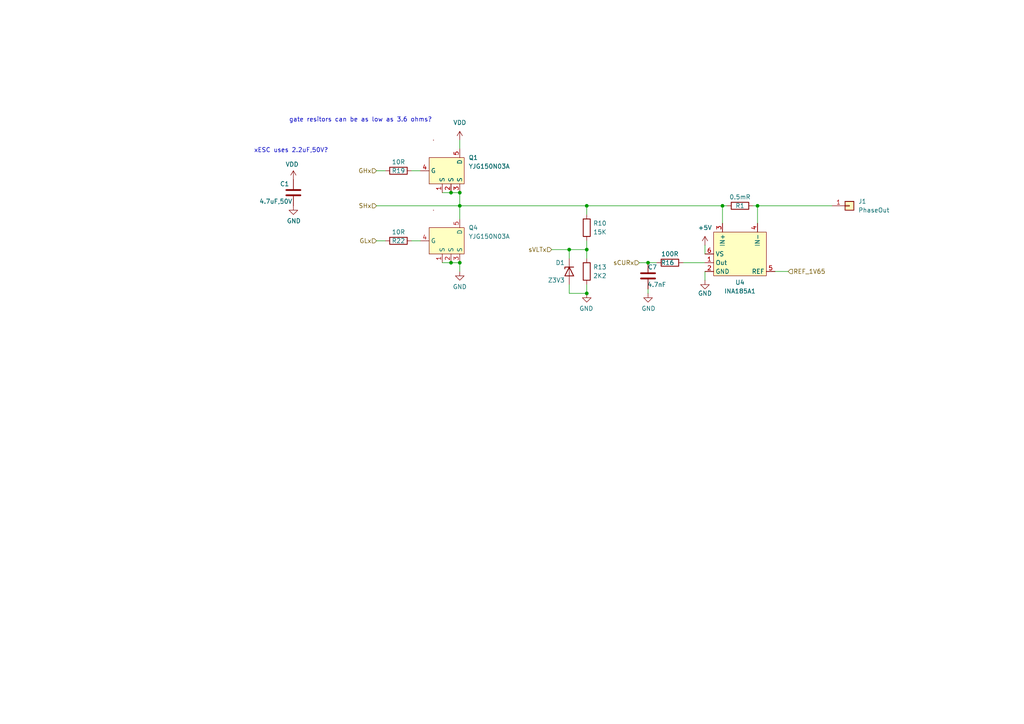
<source format=kicad_sch>
(kicad_sch (version 20231120) (generator "eeschema") (generator_version "8.0")
  (paper "A4")
  (lib_symbols
    (symbol "AlfredoSymbols:INA185A"
      (property "Reference" "U" (at 8.89 3.81 0))
      (property "Value" "INA185A" (at 12.7 1.27 0))
      (symbol "INA185A_0_1"
        (rectangle (start -7.62 6.35) (end 7.62 -6.35) (fill (type background)))
      )
      (symbol "INA185A_1_1"
        (pin input line (at -10.16 -2.54 0) (length 2.54) (name "Out") (number "1"))
        (pin input line (at -10.16 -5.08 0) (length 2.54) (name "GND") (number "2"))
        (pin input line (at -5.08 8.89 270) (length 2.54) (name "IN+") (number "3"))
        (pin input line (at 5.08 8.89 270) (length 2.54) (name "IN-") (number "4"))
        (pin input line (at 10.16 -5.08 180) (length 2.54) (name "REF") (number "5"))
        (pin input line (at -10.16 0 0) (length 2.54) (name "VS") (number "6"))
      )
    )
    (symbol "AlfredoSymbols:YJG150N03A"
      (property "Reference" "U" (at -5.08 7.62 0))
      (property "Value" "YJG150N03A" (at -5.08 5.08 0))
      (symbol "YJG150N03A_0_1"
        (rectangle (start -5.08 3.81) (end 5.08 -3.81) (fill (type background)))
        (rectangle (start -3.81 8.89) (end -3.81 8.89))
        (rectangle (start -3.81 8.89) (end -3.81 8.89))
        (rectangle (start -3.81 8.89) (end -3.81 8.89))
        (rectangle (start -3.81 8.89) (end -3.81 8.89))
      )
      (symbol "YJG150N03A_1_1"
        (pin input line (at -1.27 -6.35 90) (length 2.54) (name "S") (number "1"))
        (pin input line (at 1.27 -6.35 90) (length 2.54) (name "S") (number "2"))
        (pin input line (at 3.81 -6.35 90) (length 2.54) (name "S") (number "3"))
        (pin input line (at -7.62 0 0) (length 2.54) (name "G") (number "4"))
        (pin input line (at 3.81 6.35 270) (length 2.54) (name "D") (number "5"))
      )
    )
    (symbol "Connector_Generic:Conn_01x01" (pin_names (offset 1.016) hide)
      (property "Reference" "J" (at 0 2.54 0))
      (property "Value" "Conn_01x01" (at 0 -2.54 0))
      (symbol "Conn_01x01_1_1"
        (rectangle (start -1.27 0.127) (end 0 -0.127) (stroke (width 0.1524)))
        (rectangle (start -1.27 1.27) (end 1.27 -1.27) (stroke (width 0.254)) (fill (type background)))
        (pin passive line (at -5.08 0 0) (length 3.81) (name "Pin_1") (number "1"))
      )
    )
    (symbol "Device:C" (pin_numbers hide) (pin_names (offset 0.254))
      (property "Reference" "C" (at 0.635 2.54 0))
      (property "Value" "C" (at 0.635 -2.54 0))
      (symbol "C_0_1"
        (polyline (pts (xy -2.032 -0.762) (xy 2.032 -0.762)) (stroke (width 0.508)))
        (polyline (pts (xy -2.032 0.762) (xy 2.032 0.762)) (stroke (width 0.508)))
      )
      (symbol "C_1_1"
        (pin passive line (at 0 3.81 270) (length 2.794) (name "~") (number "1"))
        (pin passive line (at 0 -3.81 90) (length 2.794) (name "~") (number "2"))
      )
    )
    (symbol "Device:D_Zener" (pin_numbers hide) (pin_names (offset 1.016) hide)
      (property "Reference" "D" (at 0 2.54 0))
      (property "Value" "D_Zener" (at 0 -2.54 0))
      (symbol "D_Zener_0_1"
        (polyline (pts (xy 1.27 0) (xy -1.27 0)))
        (polyline (pts (xy -1.27 -1.27) (xy -1.27 1.27) (xy -0.762 1.27)) (stroke (width 0.254)))
        (polyline (pts (xy 1.27 -1.27) (xy 1.27 1.27) (xy -1.27 0) (xy 1.27 -1.27)) (stroke (width 0.254)))
      )
      (symbol "D_Zener_1_1"
        (pin passive line (at -3.81 0 0) (length 2.54) (name "K") (number "1"))
        (pin passive line (at 3.81 0 180) (length 2.54) (name "A") (number "2"))
      )
    )
    (symbol "Device:R" (pin_numbers hide) (pin_names (offset 0))
      (property "Reference" "R" (at 2.032 0 90))
      (property "Value" "R" (at 0 0 90))
      (symbol "R_0_1"
        (rectangle (start -1.016 -2.54) (end 1.016 2.54) (stroke (width 0.254)))
      )
      (symbol "R_1_1"
        (pin passive line (at 0 3.81 270) (length 1.27) (name "~") (number "1"))
        (pin passive line (at 0 -3.81 90) (length 1.27) (name "~") (number "2"))
      )
    )
    (symbol "YJG150N03A_1"
      (property "Reference" "U" (at -5.08 7.62 0))
      (property "Value" "YJG150N03A_1" (at -5.08 5.08 0))
      (symbol "YJG150N03A_1_0_1"
        (rectangle (start -5.08 3.81) (end 5.08 -3.81) (fill (type background)))
        (rectangle (start -3.81 8.89) (end -3.81 8.89))
        (rectangle (start -3.81 8.89) (end -3.81 8.89))
        (rectangle (start -3.81 8.89) (end -3.81 8.89))
        (rectangle (start -3.81 8.89) (end -3.81 8.89))
      )
      (symbol "YJG150N03A_1_1_1"
        (pin input line (at -1.27 -6.35 90) (length 2.54) (name "S") (number "1"))
        (pin input line (at 1.27 -6.35 90) (length 2.54) (name "S") (number "2"))
        (pin input line (at 3.81 -6.35 90) (length 2.54) (name "S") (number "3"))
        (pin input line (at -7.62 0 0) (length 2.54) (name "G") (number "4"))
        (pin input line (at 3.81 6.35 270) (length 2.54) (name "D") (number "5"))
      )
    )
    (symbol "power:+5V" (power) (pin_names (offset 0))
      (property "Value" "+5V" (at 0 3.556 0))
      (symbol "+5V_0_1"
        (polyline (pts (xy -0.762 1.27) (xy 0 2.54)))
        (polyline (pts (xy 0 0) (xy 0 2.54)))
        (polyline (pts (xy 0 2.54) (xy 0.762 1.27)))
      )
      (symbol "+5V_1_1"
        (pin power_in line (at 0 0 90) (length 0) hide (name "+5V") (number "1"))
      )
    )
    (symbol "power:GND" (power) (pin_names (offset 0))
      (property "Value" "GND" (at 0 -3.81 0))
      (symbol "GND_0_1"
        (polyline (pts (xy 0 0) (xy 0 -1.27) (xy 1.27 -1.27) (xy 0 -2.54) (xy -1.27 -1.27) (xy 0 -1.27)))
      )
      (symbol "GND_1_1"
        (pin power_in line (at 0 0 270) (length 0) hide (name "GND") (number "1"))
      )
    )
    (symbol "power:VDD" (power) (pin_names (offset 0))
      (property "Value" "VDD" (at 0 3.81 0))
      (symbol "VDD_0_1"
        (polyline (pts (xy -0.762 1.27) (xy 0 2.54)))
        (polyline (pts (xy 0 0) (xy 0 2.54)))
        (polyline (pts (xy 0 2.54) (xy 0.762 1.27)))
      )
      (symbol "VDD_1_1"
        (pin power_in line (at 0 0 90) (length 0) hide (name "VDD") (number "1"))
      )
    )
  )
  (junction (at 130.81 55.88))
  (junction (at 219.71 59.69))
  (junction (at 209.55 59.69))
  (junction (at 133.35 76.2))
  (junction (at 130.81 76.2))
  (junction (at 133.35 55.88))
  (junction (at 170.18 59.69))
  (junction (at 165.1 72.39))
  (junction (at 133.35 59.69))
  (junction (at 170.18 85.09))
  (junction (at 187.96 76.2))
  (junction (at 170.18 72.39))
  (wire (pts (xy 165.1 72.39) (xy 170.18 72.39)))
  (wire (pts (xy 219.71 59.69) (xy 241.3 59.69)))
  (wire (pts (xy 170.18 59.69) (xy 209.55 59.69)))
  (wire (pts (xy 187.96 76.2) (xy 190.5 76.2)))
  (wire (pts (xy 165.1 82.55) (xy 165.1 85.09)))
  (wire (pts (xy 109.22 49.53) (xy 111.76 49.53)))
  (wire (pts (xy 219.71 59.69) (xy 219.71 64.77)))
  (wire (pts (xy 109.22 59.69) (xy 133.35 59.69)))
  (wire (pts (xy 185.42 76.2) (xy 187.96 76.2)))
  (wire (pts (xy 198.12 76.2) (xy 204.47 76.2)))
  (wire (pts (xy 218.44 59.69) (xy 219.71 59.69)))
  (wire (pts (xy 187.96 83.82) (xy 187.96 85.09)))
  (wire (pts (xy 204.47 71.12) (xy 204.47 73.66)))
  (wire (pts (xy 228.6 78.74) (xy 224.79 78.74)))
  (wire (pts (xy 209.55 59.69) (xy 210.82 59.69)))
  (wire (pts (xy 170.18 62.23) (xy 170.18 59.69)))
  (wire (pts (xy 204.47 78.74) (xy 204.47 81.28)))
  (wire (pts (xy 128.27 55.88) (xy 130.81 55.88)))
  (wire (pts (xy 133.35 55.88) (xy 133.35 59.69)))
  (wire (pts (xy 133.35 59.69) (xy 170.18 59.69)))
  (wire (pts (xy 133.35 40.64) (xy 133.35 43.18)))
  (wire (pts (xy 119.38 69.85) (xy 121.92 69.85)))
  (wire (pts (xy 209.55 59.69) (xy 209.55 64.77)))
  (wire (pts (xy 133.35 76.2) (xy 133.35 78.74)))
  (wire (pts (xy 170.18 69.85) (xy 170.18 72.39)))
  (wire (pts (xy 133.35 59.69) (xy 133.35 63.5)))
  (wire (pts (xy 109.22 69.85) (xy 111.76 69.85)))
  (wire (pts (xy 165.1 85.09) (xy 170.18 85.09)))
  (wire (pts (xy 119.38 49.53) (xy 121.92 49.53)))
  (wire (pts (xy 170.18 82.55) (xy 170.18 85.09)))
  (wire (pts (xy 160.02 72.39) (xy 165.1 72.39)))
  (wire (pts (xy 165.1 74.93) (xy 165.1 72.39)))
  (wire (pts (xy 170.18 72.39) (xy 170.18 74.93)))
  (wire (pts (xy 128.27 76.2) (xy 130.81 76.2)))
  (wire (pts (xy 130.81 55.88) (xy 133.35 55.88)))
  (wire (pts (xy 130.81 76.2) (xy 133.35 76.2)))
  (text "gate resitors can be as low as 3.6 ohms?" (at 83.82 35.56 0) (effects (font (size 1.27 1.27)) (justify left bottom)))
  (text "xESC uses 2.2uF,50V?" (at 73.66 44.45 0) (effects (font (size 1.27 1.27)) (justify left bottom)))
  (hierarchical_label "sCURx" (shape input) (at 185.42 76.2 180))
  (hierarchical_label "sVLTx" (shape input) (at 160.02 72.39 180))
  (hierarchical_label "GLx" (shape input) (at 109.22 69.85 180))
  (hierarchical_label "REF_1V65" (shape input) (at 228.6 78.74 0))
  (hierarchical_label "SHx" (shape input) (at 109.22 59.69 180))
  (hierarchical_label "GHx" (shape input) (at 109.22 49.53 180))
  (symbol (lib_id "Device:R") (at 115.57 49.53 270) (unit 1)
    (property "Reference" "R19" (at 115.57 49.53 90))
    (property "Value" "10R" (at 115.57 46.99 90))
    (property "Footprint" "Resistor_SMD:R_0402_1005Metric" (effects (hide yes)))
    (property "Datasheet" "https://lcsc.com/product-detail/Chip-Resistor-Surface-Mount_UNI-ROYAL-Uniroyal-Elec-0402WGF100JTCE_C25077.html" (effects (hide yes)))
    (property "LCSC" "C25077" (effects (hide yes)))
  )
  (symbol (lib_id "Device:R") (at 194.31 76.2 90) (mirror x) (unit 1)
    (property "Reference" "R16" (at 195.58 76.2 90) (effects (justify left)))
    (property "Value" "100R" (at 196.85 73.66 90) (effects (justify left)))
    (property "Footprint" "Resistor_SMD:R_0402_1005Metric" (effects (hide yes)))
    (property "Datasheet" "https://lcsc.com/product-detail/Chip-Resistor-Surface-Mount_UNI-ROYAL-Uniroyal-Elec-0402WGF1000TCE_C25076.html" (effects (hide yes)))
    (property "LCSC" "C25076" (effects (hide yes)))
  )
  (symbol (lib_id "power:GND") (at 187.96 85.09 0) (unit 1)
    (property "Reference" "#PWR0163" (effects (hide yes)))
    (property "Value" "GND" (at 188.087 89.4842 0))
  )
  (symbol (lib_id "power:GND") (at 85.09 59.69 0) (unit 1)
    (property "Reference" "#PWR0165" (effects (hide yes)))
    (property "Value" "GND" (at 85.217 64.0842 0))
  )
  (symbol (lib_id "power:GND") (at 204.47 81.28 0) (unit 1)
    (property "Reference" "#PWR0102" (effects (hide yes)))
    (property "Value" "GND" (at 204.47 85.09 0))
  )
  (symbol (lib_id "power:VDD") (at 133.35 40.64 0) (unit 1)
    (property "Reference" "#PWR0101" (effects (hide yes)))
    (property "Value" "VDD" (at 133.35 35.56 0))
  )
  (symbol (lib_id "Device:D_Zener") (at 165.1 78.74 90) (mirror x) (unit 1)
    (property "Reference" "D1" (at 163.83 76.2 90) (effects (justify left)))
    (property "Value" "Z3V3" (at 163.83 81.28 90) (effects (justify left)))
    (property "Footprint" "Diode_SMD:D_SOD-323_HandSoldering" (effects (hide yes)))
    (property "Datasheet" "https://lcsc.com/product-detail/Zener-Diodes_onsemi-onsemi-MM3Z3V3T1G_C75073.html" (effects (hide yes)))
    (property "LCSC" "C75073" (effects (hide yes)))
  )
  (symbol (lib_id "Device:C") (at 187.96 80.01 180) (unit 1)
    (property "Reference" "C7" (at 189.23 77.47 0))
    (property "Value" "4.7nF" (at 190.5 82.55 0))
    (property "Footprint" "Capacitor_SMD:C_0402_1005Metric" (effects (hide yes)))
    (property "Datasheet" "https://lcsc.com/product-detail/Multilayer-Ceramic-Capacitors-MLCC---SMD-SMT_FHGuangdong-Fenghua-Advanced-Tech-FHGuangdong-Fenghua-Advanced-Tech-0402B472K500NT_C1538.html" (effects (hide yes)))
    (property "LCSC" "C1538" (effects (hide yes)))
  )
  (symbol (lib_id "power:+5V") (at 204.47 71.12 0) (unit 1)
    (property "Reference" "#PWR0112" (effects (hide yes)))
    (property "Value" "+5V" (at 204.47 66.04 0))
  )
  (symbol (lib_id "Device:R") (at 170.18 66.04 180) (unit 1)
    (property "Reference" "R10" (at 173.99 64.77 0))
    (property "Value" "15K" (at 173.99 67.31 0))
    (property "Footprint" "Resistor_SMD:R_0402_1005Metric" (effects (hide yes)))
    (property "Datasheet" "https://lcsc.com/product-detail/Chip-Resistor-Surface-Mount_UNI-ROYAL-Uniroyal-Elec-0402WGF1502TCE_C25756.html" (effects (hide yes)))
    (property "LCSC" "C25756" (effects (hide yes)))
  )
  (symbol (lib_id "Connector_Generic:Conn_01x01") (at 246.38 59.69 0) (unit 1)
    (property "Reference" "J1" (at 248.92 58.4199 0) (effects (justify left)))
    (property "Value" "PhaseOut" (at 248.92 60.9599 0) (effects (justify left)))
    (property "Footprint" "AlfredoFootprints:GE_PwrPad1" (effects (hide yes)))
  )
  (symbol (lib_id "Device:R") (at 115.57 69.85 270) (unit 1)
    (property "Reference" "R22" (at 115.57 69.85 90))
    (property "Value" "10R" (at 115.57 67.31 90))
    (property "Footprint" "Resistor_SMD:R_0402_1005Metric" (effects (hide yes)))
    (property "Datasheet" "https://lcsc.com/product-detail/Chip-Resistor-Surface-Mount_UNI-ROYAL-Uniroyal-Elec-0402WGF100JTCE_C25077.html" (effects (hide yes)))
    (property "LCSC" "C25077" (effects (hide yes)))
  )
  (symbol (lib_id "Device:R") (at 214.63 59.69 270) (unit 1)
    (property "Reference" "R1" (at 214.63 59.69 90))
    (property "Value" "0.5mR" (at 214.63 57.15 90))
    (property "Footprint" "AlfredoFootprints:GE_R_2512" (effects (hide yes)))
    (property "Datasheet" "https://lcsc.com/product-detail/Current-Sense-Resistors-Shunt-Resistors_TA-I-Tech-RLM25FEEMR50M_C710261.html" (effects (hide yes)))
    (property "LCSC" "C710261" (effects (hide yes)))
  )
  (symbol (lib_id "Device:C") (at 85.09 55.88 0) (unit 1)
    (property "Reference" "C1" (at 82.55 53.34 0))
    (property "Value" "4.7uF,50V" (at 80.01 58.42 0))
    (property "Footprint" "Capacitor_SMD:C_1206_3216Metric" (effects (hide yes)))
    (property "Datasheet" "https://lcsc.com/product-detail/Multilayer-Ceramic-Capacitors-MLCC---SMD-SMT_FHGuangdong-Fenghua-Advanced-Tech-FHGuangdong-Fenghua-Advanced-Tech-1206B475K500NT_C29823.html" (effects (hide yes)))
    (property "LCSC" "C29823" (effects (hide yes)))
  )
  (symbol (lib_id "Device:R") (at 170.18 78.74 180) (unit 1)
    (property "Reference" "R13" (at 173.99 77.47 0))
    (property "Value" "2K2" (at 173.99 80.01 0))
    (property "Footprint" "Resistor_SMD:R_0402_1005Metric" (effects (hide yes)))
    (property "LCSC" "C25879" (effects (hide yes)))
  )
  (symbol (lib_id "AlfredoSymbols:INA185A") (at 214.63 73.66 0) (unit 1)
    (property "Reference" "U4" (at 214.63 81.915 0))
    (property "Value" "INA185A1" (at 214.63 84.455 0))
    (property "Footprint" "Package_TO_SOT_SMD:SOT-563" (effects (hide yes)))
    (property "Datasheet" "https://www.digikey.com/en/products/detail/texas-instruments/INA185A1IDRLR/10448282" (effects (hide yes)))
  )
  (symbol (lib_id "power:GND") (at 170.18 85.09 0) (mirror y) (unit 1)
    (property "Reference" "#PWR0164" (effects (hide yes)))
    (property "Value" "GND" (at 170.053 89.4842 0))
  )
  (symbol (lib_name "YJG150N03A_1") (lib_id "AlfredoSymbols:YJG150N03A") (at 129.54 49.53 0) (unit 1)
    (property "Reference" "Q1" (at 135.89 45.7199 0) (effects (justify left)))
    (property "Value" "YJG150N03A" (at 135.89 48.2599 0) (effects (justify left)))
    (property "Footprint" "Package_TO_SOT_SMD:LFPAK56" (effects (hide yes)))
    (property "Datasheet" "https://lcsc.com/product-detail/MOSFETs_Yangzhou-Yangjie-Elec-Tech-YJG150N03A_C919573.html" (effects (hide yes)))
    (property "LCSC" "C919573" (effects (hide yes)))
  )
  (symbol (lib_id "AlfredoSymbols:YJG150N03A") (at 129.54 69.85 0) (unit 1)
    (property "Reference" "Q4" (at 135.89 66.0399 0) (effects (justify left)))
    (property "Value" "YJG150N03A" (at 135.89 68.5799 0) (effects (justify left)))
    (property "Footprint" "Package_TO_SOT_SMD:LFPAK56" (effects (hide yes)))
    (property "Datasheet" "https://lcsc.com/product-detail/MOSFETs_Yangzhou-Yangjie-Elec-Tech-YJG150N03A_C919573.html" (effects (hide yes)))
    (property "LCSC" "C919573" (effects (hide yes)))
  )
  (symbol (lib_id "power:VDD") (at 85.09 52.07 0) (mirror y) (unit 1)
    (property "Reference" "#PWR0166" (effects (hide yes)))
    (property "Value" "VDD" (at 84.709 47.6758 0))
  )
  (symbol (lib_id "power:GND") (at 133.35 78.74 0) (unit 1)
    (property "Reference" "#PWR0103" (effects (hide yes)))
    (property "Value" "GND" (at 133.35 83.185 0))
  )
)
</source>
